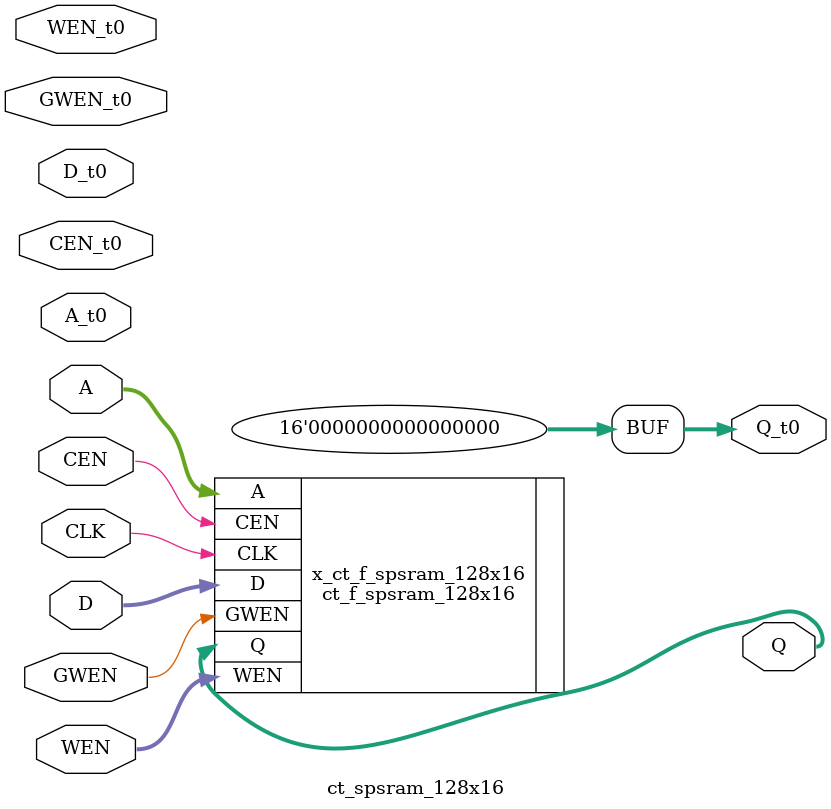
<source format=v>
/*Copyright 2019-2021 T-Head Semiconductor Co., Ltd.

Licensed under the Apache License, Version 2.0 (the "License");
you may not use this file except in compliance with the License.
You may obtain a copy of the License at

    http://www.apache.org/licenses/LICENSE-2.0

Unless required by applicable law or agreed to in writing, software
distributed under the License is distributed on an "AS IS" BASIS,
WITHOUT WARRANTIES OR CONDITIONS OF ANY KIND, either express or implied.
See the License for the specific language governing permissions and
limitations under the License.
*/

// &ModuleBeg; @22
module ct_spsram_128x16(
A,
A_t0,
CEN,
CEN_t0,
CLK,
D,
D_t0,
GWEN,
GWEN_t0,
Q,
Q_t0,
WEN,
WEN_t0
);

input   [6 :0]  A_t0;   
input           CEN_t0; 
input   [15:0]  D_t0;   
input           GWEN_t0; 
output  [15:0]  Q_t0;   
input   [15:0]  WEN_t0; 
wire    [6 :0]  A_t0;   
wire            CEN_t0; 
wire    [15:0]  D_t0;   
wire            GWEN_t0; 
wire    [15:0]  Q_t0;   
wire    [15:0]  WEN_t0; 
assign Q_t0 = '0;

// &Ports; @23
input   [6 :0]  A;   
input           CEN; 
input           CLK; 
input   [15:0]  D;   
input           GWEN; 
input   [15:0]  WEN; 
output  [15:0]  Q;   

// &Regs; @24

// &Wires; @25
wire    [6 :0]  A;   
wire            CEN; 
wire            CLK; 
wire    [15:0]  D;   
wire            GWEN; 
wire    [15:0]  Q;   
wire    [15:0]  WEN; 


//**********************************************************
//                  Parameter Definition
//**********************************************************
parameter ADDR_WIDTH = 7;
parameter DATA_WIDTH = 16;
parameter WE_WIDTH   = 16;

// &Force("bus","Q",DATA_WIDTH-1,0); @34
// &Force("bus","WEN",WE_WIDTH-1,0); @35
// &Force("bus","A",ADDR_WIDTH-1,0); @36
// &Force("bus","D",DATA_WIDTH-1,0); @37

  //********************************************************
  //*                        FPGA memory                   *
  //********************************************************
  //{WEN[15:14],WEN[13:12],WEN[11:10],WEN[ 9: 8],
  // WEN[ 7: 6],WEN[ 5: 4],WEN[ 3: 2],WEN[ 1: 0]}
//   &Instance("ct_f_spsram_128x16"); @45
ct_f_spsram_128x16  x_ct_f_spsram_128x16 (
  .A    (A   ),
  .CEN  (CEN ),
  .CLK  (CLK ),
  .D    (D   ),
  .GWEN (GWEN),
  .Q    (Q   ),
  .WEN  (WEN )
);

//   &Instance("ct_tsmc_spsram_128x16"); @51

// &ModuleEnd; @67
endmodule



</source>
